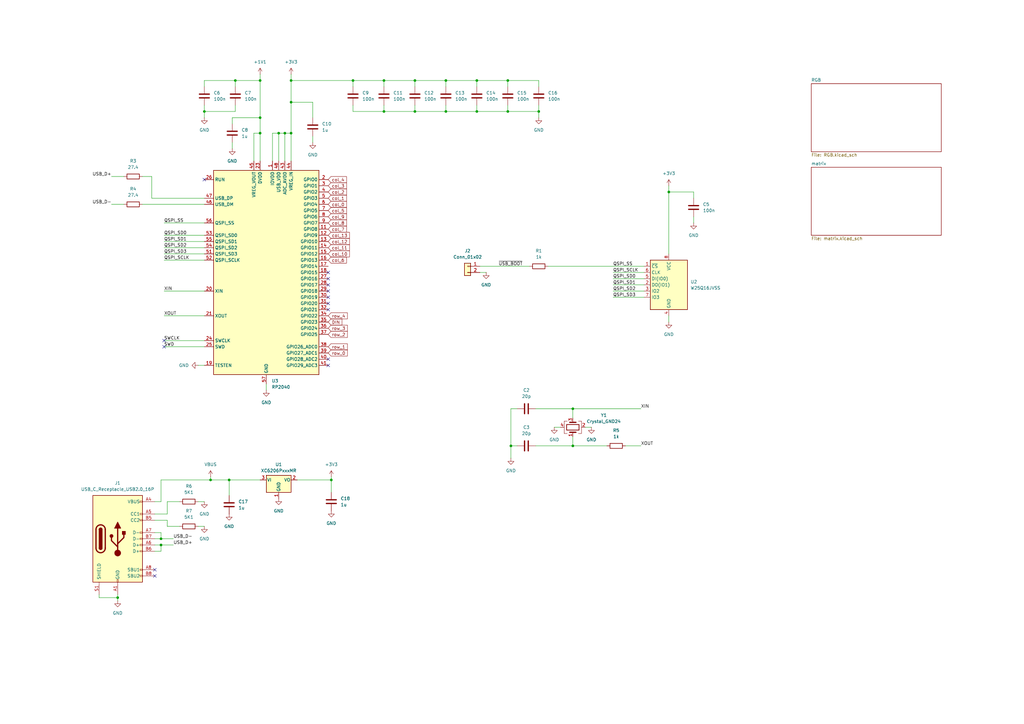
<source format=kicad_sch>
(kicad_sch (version 20231120) (generator "eeschema") (generator_version "8.0")
  (paper "A3")
  (lib_symbols
    (symbol "Connector:USB_C_Receptacle_USB2.0_16P" (pin_names (offset 1.016))
      (property "Reference" "J" (at 0 22.225 0))
      (property "Value" "USB_C_Receptacle_USB2.0_16P" (at 0 19.685 0))
      (symbol "USB_C_Receptacle_USB2.0_16P_0_0"
        (rectangle (start -0.254 -17.78) (end 0.254 -16.764))
        (rectangle (start 10.16 -14.986) (end 9.144 -15.494))
        (rectangle (start 10.16 -12.446) (end 9.144 -12.954))
        (rectangle (start 10.16 -4.826) (end 9.144 -5.334))
        (rectangle (start 10.16 -2.286) (end 9.144 -2.794))
        (rectangle (start 10.16 0.254) (end 9.144 -0.254))
        (rectangle (start 10.16 2.794) (end 9.144 2.286))
        (rectangle (start 10.16 7.874) (end 9.144 7.366))
        (rectangle (start 10.16 10.414) (end 9.144 9.906))
        (rectangle (start 10.16 15.494) (end 9.144 14.986))
      )
      (symbol "USB_C_Receptacle_USB2.0_16P_0_1"
        (rectangle (start -10.16 17.78) (end 10.16 -17.78) (stroke (width 0.254)) (fill (type background)))
        (arc (start -8.89 -3.81) (mid -6.985 -5.7067) (end -5.08 -3.81) (stroke (width 0.508)))
        (arc (start -7.62 -3.81) (mid -6.985 -4.4423) (end -6.35 -3.81) (stroke (width 0.254)))
        (arc (start -7.62 -3.81) (mid -6.985 -4.4423) (end -6.35 -3.81) (stroke (width 0.254)) (fill (type outline)))
        (rectangle (start -7.62 -3.81) (end -6.35 3.81) (stroke (width 0.254)) (fill (type outline)))
        (arc (start -6.35 3.81) (mid -6.985 4.4423) (end -7.62 3.81) (stroke (width 0.254)))
        (arc (start -6.35 3.81) (mid -6.985 4.4423) (end -7.62 3.81) (stroke (width 0.254)) (fill (type outline)))
        (arc (start -5.08 3.81) (mid -6.985 5.7067) (end -8.89 3.81) (stroke (width 0.508)))
        (circle (center -2.54 1.143) (radius 0.635) (stroke (width 0.254)) (fill (type outline)))
        (circle (center 0 -5.842) (radius 1.27) (fill (type outline)))
        (polyline (pts (xy -8.89 -3.81) (xy -8.89 3.81)) (stroke (width 0.508)))
        (polyline (pts (xy -5.08 3.81) (xy -5.08 -3.81)) (stroke (width 0.508)))
        (polyline (pts (xy 0 -5.842) (xy 0 4.318)) (stroke (width 0.508)))
        (polyline (pts (xy 0 -3.302) (xy -2.54 -0.762) (xy -2.54 0.508)) (stroke (width 0.508)))
        (polyline (pts (xy 0 -2.032) (xy 2.54 0.508) (xy 2.54 1.778)) (stroke (width 0.508)))
        (polyline (pts (xy -1.27 4.318) (xy 0 6.858) (xy 1.27 4.318) (xy -1.27 4.318)) (stroke (width 0.254)) (fill (type outline)))
        (rectangle (start 1.905 1.778) (end 3.175 3.048) (stroke (width 0.254)) (fill (type outline)))
      )
      (symbol "USB_C_Receptacle_USB2.0_16P_1_1"
        (pin passive line (at 0 -22.86 90) (length 5.08) (name "GND") (number "A1"))
        (pin passive line (at 0 -22.86 90) (length 5.08) hide (name "GND") (number "A12"))
        (pin passive line (at 15.24 15.24 180) (length 5.08) (name "VBUS") (number "A4"))
        (pin bidirectional line (at 15.24 10.16 180) (length 5.08) (name "CC1") (number "A5"))
        (pin bidirectional line (at 15.24 -2.54 180) (length 5.08) (name "D+") (number "A6"))
        (pin bidirectional line (at 15.24 2.54 180) (length 5.08) (name "D-") (number "A7"))
        (pin bidirectional line (at 15.24 -12.7 180) (length 5.08) (name "SBU1") (number "A8"))
        (pin passive line (at 15.24 15.24 180) (length 5.08) hide (name "VBUS") (number "A9"))
        (pin passive line (at 0 -22.86 90) (length 5.08) hide (name "GND") (number "B1"))
        (pin passive line (at 0 -22.86 90) (length 5.08) hide (name "GND") (number "B12"))
        (pin passive line (at 15.24 15.24 180) (length 5.08) hide (name "VBUS") (number "B4"))
        (pin bidirectional line (at 15.24 7.62 180) (length 5.08) (name "CC2") (number "B5"))
        (pin bidirectional line (at 15.24 -5.08 180) (length 5.08) (name "D+") (number "B6"))
        (pin bidirectional line (at 15.24 0 180) (length 5.08) (name "D-") (number "B7"))
        (pin bidirectional line (at 15.24 -15.24 180) (length 5.08) (name "SBU2") (number "B8"))
        (pin passive line (at 15.24 15.24 180) (length 5.08) hide (name "VBUS") (number "B9"))
        (pin passive line (at -7.62 -22.86 90) (length 5.08) (name "SHIELD") (number "S1"))
      )
    )
    (symbol "Connector_Generic:Conn_01x02" (pin_names (offset 1.016) hide)
      (property "Reference" "J" (at 0 2.54 0))
      (property "Value" "Conn_01x02" (at 0 -5.08 0))
      (symbol "Conn_01x02_1_1"
        (rectangle (start -1.27 -2.413) (end 0 -2.667) (stroke (width 0.1524)))
        (rectangle (start -1.27 0.127) (end 0 -0.127) (stroke (width 0.1524)))
        (rectangle (start -1.27 1.27) (end 1.27 -3.81) (stroke (width 0.254)) (fill (type background)))
        (pin passive line (at -5.08 0 0) (length 3.81) (name "Pin_1") (number "1"))
        (pin passive line (at -5.08 -2.54 0) (length 3.81) (name "Pin_2") (number "2"))
      )
    )
    (symbol "Device:C" (pin_numbers hide) (pin_names (offset 0.254))
      (property "Reference" "C" (at 0.635 2.54 0))
      (property "Value" "C" (at 0.635 -2.54 0))
      (symbol "C_0_1"
        (polyline (pts (xy -2.032 -0.762) (xy 2.032 -0.762)) (stroke (width 0.508)))
        (polyline (pts (xy -2.032 0.762) (xy 2.032 0.762)) (stroke (width 0.508)))
      )
      (symbol "C_1_1"
        (pin passive line (at 0 3.81 270) (length 2.794) (name "~") (number "1"))
        (pin passive line (at 0 -3.81 90) (length 2.794) (name "~") (number "2"))
      )
    )
    (symbol "Device:Crystal_GND24" (pin_names (offset 1.016) hide)
      (property "Reference" "Y" (at 3.175 5.08 0))
      (property "Value" "Crystal_GND24" (at 3.175 3.175 0))
      (symbol "Crystal_GND24_0_1"
        (rectangle (start -1.143 2.54) (end 1.143 -2.54) (stroke (width 0.3048)))
        (polyline (pts (xy -2.54 0) (xy -2.032 0)))
        (polyline (pts (xy -2.032 -1.27) (xy -2.032 1.27)) (stroke (width 0.508)))
        (polyline (pts (xy 0 -3.81) (xy 0 -3.556)))
        (polyline (pts (xy 0 3.556) (xy 0 3.81)))
        (polyline (pts (xy 2.032 -1.27) (xy 2.032 1.27)) (stroke (width 0.508)))
        (polyline (pts (xy 2.032 0) (xy 2.54 0)))
        (polyline (pts (xy -2.54 -2.286) (xy -2.54 -3.556) (xy 2.54 -3.556) (xy 2.54 -2.286)))
        (polyline (pts (xy -2.54 2.286) (xy -2.54 3.556) (xy 2.54 3.556) (xy 2.54 2.286)))
      )
      (symbol "Crystal_GND24_1_1"
        (pin passive line (at -3.81 0 0) (length 1.27) (name "1") (number "1"))
        (pin passive line (at 0 5.08 270) (length 1.27) (name "2") (number "2"))
        (pin passive line (at 3.81 0 180) (length 1.27) (name "3") (number "3"))
        (pin passive line (at 0 -5.08 90) (length 1.27) (name "4") (number "4"))
      )
    )
    (symbol "Device:R" (pin_numbers hide) (pin_names (offset 0))
      (property "Reference" "R" (at 2.032 0 90))
      (property "Value" "R" (at 0 0 90))
      (symbol "R_0_1"
        (rectangle (start -1.016 -2.54) (end 1.016 2.54) (stroke (width 0.254)))
      )
      (symbol "R_1_1"
        (pin passive line (at 0 3.81 270) (length 1.27) (name "~") (number "1"))
        (pin passive line (at 0 -3.81 90) (length 1.27) (name "~") (number "2"))
      )
    )
    (symbol "MCU_RaspberryPi:RP2040"
      (property "Reference" "U" (at 17.78 45.72 0))
      (property "Value" "RP2040" (at 17.78 43.18 0))
      (symbol "RP2040_0_1"
        (rectangle (start -21.59 41.91) (end 21.59 -41.91) (stroke (width 0.254)) (fill (type background)))
      )
      (symbol "RP2040_1_1"
        (pin power_in line (at 2.54 45.72 270) (length 3.81) (name "IOVDD") (number "1"))
        (pin passive line (at 2.54 45.72 270) (length 3.81) hide (name "IOVDD") (number "10"))
        (pin bidirectional line (at 25.4 17.78 180) (length 3.81) (name "GPIO8") (number "11"))
        (pin bidirectional line (at 25.4 15.24 180) (length 3.81) (name "GPIO9") (number "12"))
        (pin bidirectional line (at 25.4 12.7 180) (length 3.81) (name "GPIO10") (number "13"))
        (pin bidirectional line (at 25.4 10.16 180) (length 3.81) (name "GPIO11") (number "14"))
        (pin bidirectional line (at 25.4 7.62 180) (length 3.81) (name "GPIO12") (number "15"))
        (pin bidirectional line (at 25.4 5.08 180) (length 3.81) (name "GPIO13") (number "16"))
        (pin bidirectional line (at 25.4 2.54 180) (length 3.81) (name "GPIO14") (number "17"))
        (pin bidirectional line (at 25.4 0 180) (length 3.81) (name "GPIO15") (number "18"))
        (pin input line (at -25.4 -38.1 0) (length 3.81) (name "TESTEN") (number "19"))
        (pin bidirectional line (at 25.4 38.1 180) (length 3.81) (name "GPIO0") (number "2"))
        (pin input line (at -25.4 -7.62 0) (length 3.81) (name "XIN") (number "20"))
        (pin passive line (at -25.4 -17.78 0) (length 3.81) (name "XOUT") (number "21"))
        (pin passive line (at 2.54 45.72 270) (length 3.81) hide (name "IOVDD") (number "22"))
        (pin power_in line (at -2.54 45.72 270) (length 3.81) (name "DVDD") (number "23"))
        (pin input line (at -25.4 -27.94 0) (length 3.81) (name "SWCLK") (number "24"))
        (pin bidirectional line (at -25.4 -30.48 0) (length 3.81) (name "SWD") (number "25"))
        (pin input line (at -25.4 38.1 0) (length 3.81) (name "RUN") (number "26"))
        (pin bidirectional line (at 25.4 -2.54 180) (length 3.81) (name "GPIO16") (number "27"))
        (pin bidirectional line (at 25.4 -5.08 180) (length 3.81) (name "GPIO17") (number "28"))
        (pin bidirectional line (at 25.4 -7.62 180) (length 3.81) (name "GPIO18") (number "29"))
        (pin bidirectional line (at 25.4 35.56 180) (length 3.81) (name "GPIO1") (number "3"))
        (pin bidirectional line (at 25.4 -10.16 180) (length 3.81) (name "GPIO19") (number "30"))
        (pin bidirectional line (at 25.4 -12.7 180) (length 3.81) (name "GPIO20") (number "31"))
        (pin bidirectional line (at 25.4 -15.24 180) (length 3.81) (name "GPIO21") (number "32"))
        (pin passive line (at 2.54 45.72 270) (length 3.81) hide (name "IOVDD") (number "33"))
        (pin bidirectional line (at 25.4 -17.78 180) (length 3.81) (name "GPIO22") (number "34"))
        (pin bidirectional line (at 25.4 -20.32 180) (length 3.81) (name "GPIO23") (number "35"))
        (pin bidirectional line (at 25.4 -22.86 180) (length 3.81) (name "GPIO24") (number "36"))
        (pin bidirectional line (at 25.4 -25.4 180) (length 3.81) (name "GPIO25") (number "37"))
        (pin bidirectional line (at 25.4 -30.48 180) (length 3.81) (name "GPIO26_ADC0") (number "38"))
        (pin bidirectional line (at 25.4 -33.02 180) (length 3.81) (name "GPIO27_ADC1") (number "39"))
        (pin bidirectional line (at 25.4 33.02 180) (length 3.81) (name "GPIO2") (number "4"))
        (pin bidirectional line (at 25.4 -35.56 180) (length 3.81) (name "GPIO28_ADC2") (number "40"))
        (pin bidirectional line (at 25.4 -38.1 180) (length 3.81) (name "GPIO29_ADC3") (number "41"))
        (pin passive line (at 2.54 45.72 270) (length 3.81) hide (name "IOVDD") (number "42"))
        (pin power_in line (at 7.62 45.72 270) (length 3.81) (name "ADC_AVDD") (number "43"))
        (pin power_in line (at 10.16 45.72 270) (length 3.81) (name "VREG_IN") (number "44"))
        (pin power_out line (at -5.08 45.72 270) (length 3.81) (name "VREG_VOUT") (number "45"))
        (pin bidirectional line (at -25.4 27.94 0) (length 3.81) (name "USB_DM") (number "46"))
        (pin bidirectional line (at -25.4 30.48 0) (length 3.81) (name "USB_DP") (number "47"))
        (pin power_in line (at 5.08 45.72 270) (length 3.81) (name "USB_VDD") (number "48"))
        (pin passive line (at 2.54 45.72 270) (length 3.81) hide (name "IOVDD") (number "49"))
        (pin bidirectional line (at 25.4 30.48 180) (length 3.81) (name "GPIO3") (number "5"))
        (pin passive line (at -2.54 45.72 270) (length 3.81) hide (name "DVDD") (number "50"))
        (pin bidirectional line (at -25.4 7.62 0) (length 3.81) (name "QSPI_SD3") (number "51"))
        (pin output line (at -25.4 5.08 0) (length 3.81) (name "QSPI_SCLK") (number "52"))
        (pin bidirectional line (at -25.4 15.24 0) (length 3.81) (name "QSPI_SD0") (number "53"))
        (pin bidirectional line (at -25.4 10.16 0) (length 3.81) (name "QSPI_SD2") (number "54"))
        (pin bidirectional line (at -25.4 12.7 0) (length 3.81) (name "QSPI_SD1") (number "55"))
        (pin bidirectional line (at -25.4 20.32 0) (length 3.81) (name "QSPI_SS") (number "56"))
        (pin power_in line (at 0 -45.72 90) (length 3.81) (name "GND") (number "57"))
        (pin bidirectional line (at 25.4 27.94 180) (length 3.81) (name "GPIO4") (number "6"))
        (pin bidirectional line (at 25.4 25.4 180) (length 3.81) (name "GPIO5") (number "7"))
        (pin bidirectional line (at 25.4 22.86 180) (length 3.81) (name "GPIO6") (number "8"))
        (pin bidirectional line (at 25.4 20.32 180) (length 3.81) (name "GPIO7") (number "9"))
      )
    )
    (symbol "Memory_Flash:W25Q16JVSS"
      (property "Reference" "U" (at -6.35 11.43 0))
      (property "Value" "W25Q16JVSS" (at 7.62 11.43 0))
      (symbol "W25Q16JVSS_0_1"
        (rectangle (start -7.62 10.16) (end 7.62 -10.16) (stroke (width 0.254)) (fill (type background)))
      )
      (symbol "W25Q16JVSS_1_1"
        (pin input line (at -10.16 7.62 0) (length 2.54) (name "~{CS}") (number "1"))
        (pin bidirectional line (at -10.16 0 0) (length 2.54) (name "DO(IO1)") (number "2"))
        (pin bidirectional line (at -10.16 -2.54 0) (length 2.54) (name "IO2") (number "3"))
        (pin power_in line (at 0 -12.7 90) (length 2.54) (name "GND") (number "4"))
        (pin bidirectional line (at -10.16 2.54 0) (length 2.54) (name "DI(IO0)") (number "5"))
        (pin input line (at -10.16 5.08 0) (length 2.54) (name "CLK") (number "6"))
        (pin bidirectional line (at -10.16 -5.08 0) (length 2.54) (name "IO3") (number "7"))
        (pin power_in line (at 0 12.7 270) (length 2.54) (name "VCC") (number "8"))
      )
    )
    (symbol "Regulator_Linear:XC6206PxxxMR" (pin_names (offset 0.254))
      (property "Reference" "U" (at -3.81 3.175 0))
      (property "Value" "XC6206PxxxMR" (at 0 3.175 0))
      (symbol "XC6206PxxxMR_0_1"
        (rectangle (start -5.08 1.905) (end 5.08 -5.08) (stroke (width 0.254)) (fill (type background)))
      )
      (symbol "XC6206PxxxMR_1_1"
        (pin power_in line (at 0 -7.62 90) (length 2.54) (name "GND") (number "1"))
        (pin power_out line (at 7.62 0 180) (length 2.54) (name "VO") (number "2"))
        (pin power_in line (at -7.62 0 0) (length 2.54) (name "VI") (number "3"))
      )
    )
    (symbol "power:+1V1" (power) (pin_numbers hide) (pin_names (offset 0) hide)
      (property "Value" "+1V1" (at 0 3.556 0))
      (symbol "+1V1_0_1"
        (polyline (pts (xy -0.762 1.27) (xy 0 2.54)))
        (polyline (pts (xy 0 0) (xy 0 2.54)))
        (polyline (pts (xy 0 2.54) (xy 0.762 1.27)))
      )
      (symbol "+1V1_1_1"
        (pin power_in line (at 0 0 90) (length 0) (name "~") (number "1"))
      )
    )
    (symbol "power:+3V3" (power) (pin_numbers hide) (pin_names (offset 0) hide)
      (property "Value" "+3V3" (at 0 3.556 0))
      (symbol "+3V3_0_1"
        (polyline (pts (xy -0.762 1.27) (xy 0 2.54)))
        (polyline (pts (xy 0 0) (xy 0 2.54)))
        (polyline (pts (xy 0 2.54) (xy 0.762 1.27)))
      )
      (symbol "+3V3_1_1"
        (pin power_in line (at 0 0 90) (length 0) (name "~") (number "1"))
      )
    )
    (symbol "power:GND" (power) (pin_numbers hide) (pin_names (offset 0) hide)
      (property "Value" "GND" (at 0 -3.81 0))
      (symbol "GND_0_1"
        (polyline (pts (xy 0 0) (xy 0 -1.27) (xy 1.27 -1.27) (xy 0 -2.54) (xy -1.27 -1.27) (xy 0 -1.27)))
      )
      (symbol "GND_1_1"
        (pin power_in line (at 0 0 270) (length 0) (name "~") (number "1"))
      )
    )
    (symbol "power:VBUS" (power) (pin_numbers hide) (pin_names (offset 0) hide)
      (property "Value" "VBUS" (at 0 3.556 0))
      (symbol "VBUS_0_1"
        (polyline (pts (xy -0.762 1.27) (xy 0 2.54)))
        (polyline (pts (xy 0 0) (xy 0 2.54)))
        (polyline (pts (xy 0 2.54) (xy 0.762 1.27)))
      )
      (symbol "VBUS_1_1"
        (pin power_in line (at 0 0 90) (length 0) (name "~") (number "1"))
      )
    )
  )
  (junction (at 209.55 182.88))
  (junction (at 66.04 220.98))
  (junction (at 234.95 167.64))
  (junction (at 119.38 33.02))
  (junction (at 220.98 45.72))
  (junction (at 208.28 33.02))
  (junction (at 83.82 45.72))
  (junction (at 274.32 78.74))
  (junction (at 157.48 33.02))
  (junction (at 234.95 182.88))
  (junction (at 119.38 54.61))
  (junction (at 144.78 33.02))
  (junction (at 66.04 223.52))
  (junction (at 170.18 33.02))
  (junction (at 135.89 196.85))
  (junction (at 106.68 33.02))
  (junction (at 114.3 54.61))
  (junction (at 106.68 54.61))
  (junction (at 182.88 45.72))
  (junction (at 48.26 245.11))
  (junction (at 116.84 54.61))
  (junction (at 119.38 41.91))
  (junction (at 157.48 45.72))
  (junction (at 96.52 33.02))
  (junction (at 93.98 196.85))
  (junction (at 182.88 33.02))
  (junction (at 170.18 45.72))
  (junction (at 106.68 48.26))
  (junction (at 195.58 33.02))
  (junction (at 195.58 45.72))
  (junction (at 86.36 196.85))
  (junction (at 208.28 45.72))
  (no_connect (at 134.62 111.76))
  (no_connect (at 134.62 114.3))
  (no_connect (at 134.62 124.46))
  (no_connect (at 134.62 149.86))
  (no_connect (at 134.62 147.32))
  (no_connect (at 134.62 116.84))
  (no_connect (at 134.62 127))
  (no_connect (at 63.5 233.68))
  (no_connect (at 67.31 142.24))
  (no_connect (at 134.62 119.38))
  (no_connect (at 67.31 139.7))
  (no_connect (at 83.82 73.66))
  (no_connect (at 134.62 121.92))
  (no_connect (at 63.5 236.22))
  (wire (pts (xy 116.84 54.61) (xy 119.38 54.61)))
  (wire (pts (xy 106.68 30.48) (xy 106.68 33.02)))
  (wire (pts (xy 106.68 33.02) (xy 106.68 48.26)))
  (wire (pts (xy 234.95 179.07) (xy 234.95 182.88)))
  (wire (pts (xy 67.31 129.54) (xy 83.82 129.54)))
  (wire (pts (xy 128.27 41.91) (xy 119.38 41.91)))
  (wire (pts (xy 251.46 119.38) (xy 264.16 119.38)))
  (wire (pts (xy 182.88 33.02) (xy 195.58 33.02)))
  (wire (pts (xy 128.27 48.26) (xy 128.27 41.91)))
  (wire (pts (xy 68.58 215.9) (xy 73.66 215.9)))
  (wire (pts (xy 81.28 205.74) (xy 83.82 205.74)))
  (wire (pts (xy 182.88 45.72) (xy 195.58 45.72)))
  (wire (pts (xy 208.28 33.02) (xy 220.98 33.02)))
  (wire (pts (xy 219.71 167.64) (xy 234.95 167.64)))
  (wire (pts (xy 63.5 226.06) (xy 66.04 226.06)))
  (wire (pts (xy 93.98 196.85) (xy 93.98 203.2)))
  (wire (pts (xy 67.31 96.52) (xy 83.82 96.52)))
  (wire (pts (xy 63.5 213.36) (xy 68.58 213.36)))
  (wire (pts (xy 170.18 33.02) (xy 170.18 35.56)))
  (wire (pts (xy 196.85 111.76) (xy 199.39 111.76)))
  (wire (pts (xy 135.89 196.85) (xy 135.89 201.93)))
  (wire (pts (xy 66.04 218.44) (xy 66.04 220.98)))
  (wire (pts (xy 208.28 43.18) (xy 208.28 45.72)))
  (wire (pts (xy 58.42 72.39) (xy 62.23 72.39)))
  (wire (pts (xy 119.38 33.02) (xy 144.78 33.02)))
  (wire (pts (xy 81.28 215.9) (xy 83.82 215.9)))
  (wire (pts (xy 63.5 210.82) (xy 68.58 210.82)))
  (wire (pts (xy 62.23 81.28) (xy 62.23 72.39)))
  (wire (pts (xy 68.58 205.74) (xy 73.66 205.74)))
  (wire (pts (xy 63.5 223.52) (xy 66.04 223.52)))
  (wire (pts (xy 114.3 54.61) (xy 116.84 54.61)))
  (wire (pts (xy 106.68 54.61) (xy 106.68 66.04)))
  (wire (pts (xy 209.55 182.88) (xy 212.09 182.88)))
  (wire (pts (xy 67.31 106.68) (xy 83.82 106.68)))
  (wire (pts (xy 220.98 33.02) (xy 220.98 35.56)))
  (wire (pts (xy 157.48 43.18) (xy 157.48 45.72)))
  (wire (pts (xy 83.82 81.28) (xy 62.23 81.28)))
  (wire (pts (xy 83.82 45.72) (xy 83.82 48.26)))
  (wire (pts (xy 67.31 91.44) (xy 83.82 91.44)))
  (wire (pts (xy 135.89 195.58) (xy 135.89 196.85)))
  (wire (pts (xy 209.55 167.64) (xy 209.55 182.88)))
  (wire (pts (xy 212.09 167.64) (xy 209.55 167.64)))
  (wire (pts (xy 83.82 33.02) (xy 96.52 33.02)))
  (wire (pts (xy 83.82 35.56) (xy 83.82 33.02)))
  (wire (pts (xy 66.04 205.74) (xy 63.5 205.74)))
  (wire (pts (xy 284.48 78.74) (xy 274.32 78.74)))
  (wire (pts (xy 67.31 119.38) (xy 83.82 119.38)))
  (wire (pts (xy 224.79 109.22) (xy 264.16 109.22)))
  (wire (pts (xy 234.95 167.64) (xy 234.95 171.45)))
  (wire (pts (xy 63.5 218.44) (xy 66.04 218.44)))
  (wire (pts (xy 121.92 196.85) (xy 135.89 196.85)))
  (wire (pts (xy 182.88 33.02) (xy 182.88 35.56)))
  (wire (pts (xy 67.31 101.6) (xy 83.82 101.6)))
  (wire (pts (xy 234.95 167.64) (xy 262.89 167.64)))
  (wire (pts (xy 284.48 88.9) (xy 284.48 91.44)))
  (wire (pts (xy 256.54 182.88) (xy 262.89 182.88)))
  (wire (pts (xy 45.72 72.39) (xy 50.8 72.39)))
  (wire (pts (xy 95.25 50.8) (xy 95.25 48.26)))
  (wire (pts (xy 227.33 175.26) (xy 229.87 175.26)))
  (wire (pts (xy 157.48 45.72) (xy 170.18 45.72)))
  (wire (pts (xy 111.76 66.04) (xy 111.76 54.61)))
  (wire (pts (xy 45.72 83.82) (xy 50.8 83.82)))
  (wire (pts (xy 195.58 33.02) (xy 208.28 33.02)))
  (wire (pts (xy 109.22 157.48) (xy 109.22 160.02)))
  (wire (pts (xy 63.5 220.98) (xy 66.04 220.98)))
  (wire (pts (xy 251.46 116.84) (xy 264.16 116.84)))
  (wire (pts (xy 170.18 43.18) (xy 170.18 45.72)))
  (wire (pts (xy 144.78 33.02) (xy 157.48 33.02)))
  (wire (pts (xy 220.98 45.72) (xy 220.98 48.26)))
  (wire (pts (xy 95.25 58.42) (xy 95.25 60.96)))
  (wire (pts (xy 240.03 175.26) (xy 242.57 175.26)))
  (wire (pts (xy 58.42 83.82) (xy 83.82 83.82)))
  (wire (pts (xy 86.36 195.58) (xy 86.36 196.85)))
  (wire (pts (xy 251.46 121.92) (xy 264.16 121.92)))
  (wire (pts (xy 144.78 45.72) (xy 157.48 45.72)))
  (wire (pts (xy 208.28 45.72) (xy 220.98 45.72)))
  (wire (pts (xy 284.48 81.28) (xy 284.48 78.74)))
  (wire (pts (xy 68.58 213.36) (xy 68.58 215.9)))
  (wire (pts (xy 157.48 33.02) (xy 157.48 35.56)))
  (wire (pts (xy 83.82 43.18) (xy 83.82 45.72)))
  (wire (pts (xy 66.04 196.85) (xy 86.36 196.85)))
  (wire (pts (xy 67.31 142.24) (xy 83.82 142.24)))
  (wire (pts (xy 104.14 54.61) (xy 104.14 66.04)))
  (wire (pts (xy 116.84 66.04) (xy 116.84 54.61)))
  (wire (pts (xy 67.31 99.06) (xy 83.82 99.06)))
  (wire (pts (xy 220.98 45.72) (xy 220.98 43.18)))
  (wire (pts (xy 274.32 76.2) (xy 274.32 78.74)))
  (wire (pts (xy 96.52 45.72) (xy 96.52 43.18)))
  (wire (pts (xy 128.27 55.88) (xy 128.27 58.42)))
  (wire (pts (xy 170.18 45.72) (xy 182.88 45.72)))
  (wire (pts (xy 83.82 45.72) (xy 96.52 45.72)))
  (wire (pts (xy 196.85 109.22) (xy 217.17 109.22)))
  (wire (pts (xy 106.68 48.26) (xy 106.68 54.61)))
  (wire (pts (xy 144.78 35.56) (xy 144.78 33.02)))
  (wire (pts (xy 111.76 54.61) (xy 114.3 54.61)))
  (wire (pts (xy 67.31 104.14) (xy 83.82 104.14)))
  (wire (pts (xy 48.26 245.11) (xy 48.26 246.38)))
  (wire (pts (xy 81.28 149.86) (xy 83.82 149.86)))
  (wire (pts (xy 208.28 33.02) (xy 208.28 35.56)))
  (wire (pts (xy 104.14 54.61) (xy 106.68 54.61)))
  (wire (pts (xy 234.95 182.88) (xy 219.71 182.88)))
  (wire (pts (xy 40.64 245.11) (xy 48.26 245.11)))
  (wire (pts (xy 119.38 30.48) (xy 119.38 33.02)))
  (wire (pts (xy 68.58 210.82) (xy 68.58 205.74)))
  (wire (pts (xy 209.55 187.96) (xy 209.55 182.88)))
  (wire (pts (xy 182.88 43.18) (xy 182.88 45.72)))
  (wire (pts (xy 195.58 43.18) (xy 195.58 45.72)))
  (wire (pts (xy 67.31 139.7) (xy 83.82 139.7)))
  (wire (pts (xy 40.64 243.84) (xy 40.64 245.11)))
  (wire (pts (xy 66.04 226.06) (xy 66.04 223.52)))
  (wire (pts (xy 274.32 129.54) (xy 274.32 132.08)))
  (wire (pts (xy 274.32 78.74) (xy 274.32 104.14)))
  (wire (pts (xy 66.04 223.52) (xy 71.12 223.52)))
  (wire (pts (xy 96.52 33.02) (xy 96.52 35.56)))
  (wire (pts (xy 234.95 182.88) (xy 248.92 182.88)))
  (wire (pts (xy 48.26 243.84) (xy 48.26 245.11)))
  (wire (pts (xy 66.04 220.98) (xy 71.12 220.98)))
  (wire (pts (xy 119.38 54.61) (xy 119.38 41.91)))
  (wire (pts (xy 114.3 66.04) (xy 114.3 54.61)))
  (wire (pts (xy 251.46 114.3) (xy 264.16 114.3)))
  (wire (pts (xy 251.46 111.76) (xy 264.16 111.76)))
  (wire (pts (xy 170.18 33.02) (xy 182.88 33.02)))
  (wire (pts (xy 106.68 196.85) (xy 93.98 196.85)))
  (wire (pts (xy 95.25 48.26) (xy 106.68 48.26)))
  (wire (pts (xy 119.38 66.04) (xy 119.38 54.61)))
  (wire (pts (xy 66.04 196.85) (xy 66.04 205.74)))
  (wire (pts (xy 157.48 33.02) (xy 170.18 33.02)))
  (wire (pts (xy 195.58 45.72) (xy 208.28 45.72)))
  (wire (pts (xy 96.52 33.02) (xy 106.68 33.02)))
  (wire (pts (xy 195.58 33.02) (xy 195.58 35.56)))
  (wire (pts (xy 144.78 43.18) (xy 144.78 45.72)))
  (wire (pts (xy 86.36 196.85) (xy 93.98 196.85)))
  (wire (pts (xy 119.38 41.91) (xy 119.38 33.02)))
  (label "XIN" (at 262.89 167.64 0))
  (label "QSPI_SD0" (at 67.31 96.52 0))
  (label "SWCLK" (at 67.31 139.7 0))
  (label "QSPI_SS" (at 251.46 109.22 0))
  (label "XOUT" (at 67.31 129.54 0))
  (label "QSPI_SCLK" (at 67.31 106.68 0))
  (label "QSPI_SD2" (at 67.31 101.6 0))
  (label "QSPI_SD1" (at 67.31 99.06 0))
  (label "QSPI_SD1" (at 251.46 116.84 0))
  (label "QSPI_SCLK" (at 251.46 111.76 0))
  (label "QSPI_SS" (at 67.31 91.44 0))
  (label "USB_D+" (at 71.12 223.52 0))
  (label "XOUT" (at 262.89 182.88 0))
  (label "USB_D+" (at 45.72 72.39 180))
  (label "SWD" (at 67.31 142.24 0))
  (label "QSPI_SD3" (at 251.46 121.92 0))
  (label "XIN" (at 67.31 119.38 0))
  (label "USB_D-" (at 71.12 220.98 0))
  (label "QSPI_SD0" (at 251.46 114.3 0))
  (label "QSPI_SD2" (at 251.46 119.38 0))
  (label "~{USB_BOOT}" (at 204.47 109.22 0))
  (label "QSPI_SD3" (at 67.31 104.14 0))
  (label "USB_D-" (at 45.72 83.82 180))
  (global_label "col_11" (shape input) (at 134.62 101.6 0) (property "Intersheetrefs" "${INTERSHEET_REFS}" (effects (hide yes))))
  (global_label "col_0" (shape input) (at 134.62 83.82 0) (property "Intersheetrefs" "${INTERSHEET_REFS}" (effects (hide yes))))
  (global_label "row_2" (shape input) (at 134.62 137.16 0) (property "Intersheetrefs" "${INTERSHEET_REFS}" (effects (hide yes))))
  (global_label "col_10" (shape input) (at 134.62 104.14 0) (property "Intersheetrefs" "${INTERSHEET_REFS}" (effects (hide yes))))
  (global_label "col_7" (shape input) (at 134.62 93.98 0) (property "Intersheetrefs" "${INTERSHEET_REFS}" (effects (hide yes))))
  (global_label "col_1" (shape input) (at 134.62 81.28 0) (property "Intersheetrefs" "${INTERSHEET_REFS}" (effects (hide yes))))
  (global_label "col_13" (shape input) (at 134.62 96.52 0) (property "Intersheetrefs" "${INTERSHEET_REFS}" (effects (hide yes))))
  (global_label "col_12" (shape input) (at 134.62 99.06 0) (property "Intersheetrefs" "${INTERSHEET_REFS}" (effects (hide yes))))
  (global_label "row_1" (shape input) (at 134.62 142.24 0) (property "Intersheetrefs" "${INTERSHEET_REFS}" (effects (hide yes))))
  (global_label "col_5" (shape input) (at 134.62 86.36 0) (property "Intersheetrefs" "${INTERSHEET_REFS}" (effects (hide yes))))
  (global_label "col_9" (shape input) (at 134.62 88.9 0) (property "Intersheetrefs" "${INTERSHEET_REFS}" (effects (hide yes))))
  (global_label "row_0" (shape input) (at 134.62 144.78 0) (property "Intersheetrefs" "${INTERSHEET_REFS}" (effects (hide yes))))
  (global_label "col_3" (shape input) (at 134.62 76.2 0) (property "Intersheetrefs" "${INTERSHEET_REFS}" (effects (hide yes))))
  (global_label "row_3" (shape input) (at 134.62 134.62 0) (property "Intersheetrefs" "${INTERSHEET_REFS}" (effects (hide yes))))
  (global_label "col_4" (shape input) (at 134.62 73.66 0) (property "Intersheetrefs" "${INTERSHEET_REFS}" (effects (hide yes))))
  (global_label "col_2" (shape input) (at 134.62 78.74 0) (property "Intersheetrefs" "${INTERSHEET_REFS}" (effects (hide yes))))
  (global_label "col_8" (shape input) (at 134.62 91.44 0) (property "Intersheetrefs" "${INTERSHEET_REFS}" (effects (hide yes))))
  (global_label "DIN" (shape input) (at 134.62 132.08 0) (property "Intersheetrefs" "${INTERSHEET_REFS}" (effects (hide yes))))
  (global_label "col_6" (shape input) (at 134.62 106.68 0) (property "Intersheetrefs" "${INTERSHEET_REFS}" (effects (hide yes))))
  (global_label "row_4" (shape input) (at 134.62 129.54 0) (property "Intersheetrefs" "${INTERSHEET_REFS}" (effects (hide yes))))
  (symbol (lib_id "power:GND") (at 284.48 91.44 0) (unit 1)
    (property "Reference" "#PWR013" (effects (hide yes)))
    (property "Value" "GND" (at 284.48 96.52 0))
    (property "Description" "Power symbol creates a global label with name \"GND\" , ground" (effects (hide yes)))
  )
  (symbol (lib_id "Device:C") (at 135.89 205.74 0) (unit 1)
    (property "Reference" "C18" (at 139.7 204.4699 0) (effects (justify left)))
    (property "Value" "1u" (at 139.7 207.0099 0) (effects (justify left)))
    (property "Footprint" "Capacitor_SMD:C_0402_1005Metric" (effects (hide yes)))
    (property "Description" "Unpolarized capacitor" (effects (hide yes)))
  )
  (symbol (lib_id "Device:C") (at 96.52 39.37 0) (unit 1)
    (property "Reference" "C7" (at 100.33 38.0999 0) (effects (justify left)))
    (property "Value" "100n" (at 100.33 40.6399 0) (effects (justify left)))
    (property "Footprint" "Capacitor_SMD:C_0402_1005Metric" (effects (hide yes)))
    (property "Description" "Unpolarized capacitor" (effects (hide yes)))
  )
  (symbol (lib_id "power:GND") (at 209.55 187.96 0) (unit 1)
    (property "Reference" "#PWR017" (effects (hide yes)))
    (property "Value" "GND" (at 209.55 193.04 0))
    (property "Description" "Power symbol creates a global label with name \"GND\" , ground" (effects (hide yes)))
  )
  (symbol (lib_id "power:GND") (at 83.82 215.9 0) (unit 1)
    (property "Reference" "#PWR023" (effects (hide yes)))
    (property "Value" "GND" (at 83.82 220.98 0))
    (property "Description" "Power symbol creates a global label with name \"GND\" , ground" (effects (hide yes)))
  )
  (symbol (lib_id "Device:C") (at 144.78 39.37 0) (unit 1)
    (property "Reference" "C9" (at 148.59 38.0999 0) (effects (justify left)))
    (property "Value" "100n" (at 148.59 40.6399 0) (effects (justify left)))
    (property "Footprint" "Capacitor_SMD:C_0402_1005Metric" (effects (hide yes)))
    (property "Description" "Unpolarized capacitor" (effects (hide yes)))
  )
  (symbol (lib_id "power:GND") (at 220.98 48.26 0) (unit 1)
    (property "Reference" "#PWR021" (effects (hide yes)))
    (property "Value" "GND" (at 220.98 53.34 0))
    (property "Description" "Power symbol creates a global label with name \"GND\" , ground" (effects (hide yes)))
  )
  (symbol (lib_id "power:GND") (at 109.22 160.02 0) (unit 1)
    (property "Reference" "#PWR018" (effects (hide yes)))
    (property "Value" "GND" (at 109.22 165.1 0))
    (property "Description" "Power symbol creates a global label with name \"GND\" , ground" (effects (hide yes)))
  )
  (symbol (lib_id "power:GND") (at 48.26 246.38 0) (unit 1)
    (property "Reference" "#PWR06" (effects (hide yes)))
    (property "Value" "GND" (at 48.26 251.46 0))
    (property "Description" "Power symbol creates a global label with name \"GND\" , ground" (effects (hide yes)))
  )
  (symbol (lib_id "Device:R") (at 54.61 83.82 90) (unit 1)
    (property "Reference" "R4" (at 54.61 77.47 90))
    (property "Value" "27.4" (at 54.61 80.01 90))
    (property "Footprint" "Resistor_SMD:R_0402_1005Metric" (effects (hide yes)))
    (property "Description" "Resistor" (effects (hide yes)))
  )
  (symbol (lib_id "power:+3V3") (at 135.89 195.58 0) (unit 1)
    (property "Reference" "#PWR027" (effects (hide yes)))
    (property "Value" "+3V3" (at 135.89 190.5 0))
    (property "Description" "Power symbol creates a global label with name \"+3V3\"" (effects (hide yes)))
  )
  (symbol (lib_id "power:+3V3") (at 274.32 76.2 0) (unit 1)
    (property "Reference" "#PWR012" (effects (hide yes)))
    (property "Value" "+3V3" (at 274.32 71.12 0))
    (property "Description" "Power symbol creates a global label with name \"+3V3\"" (effects (hide yes)))
  )
  (symbol (lib_id "Device:C") (at 170.18 39.37 0) (unit 1)
    (property "Reference" "C12" (at 173.99 38.0999 0) (effects (justify left)))
    (property "Value" "100n" (at 173.99 40.6399 0) (effects (justify left)))
    (property "Footprint" "Capacitor_SMD:C_0402_1005Metric" (effects (hide yes)))
    (property "Description" "Unpolarized capacitor" (effects (hide yes)))
  )
  (symbol (lib_id "Device:C") (at 157.48 39.37 0) (unit 1)
    (property "Reference" "C11" (at 161.29 38.0999 0) (effects (justify left)))
    (property "Value" "100n" (at 161.29 40.6399 0) (effects (justify left)))
    (property "Footprint" "Capacitor_SMD:C_0402_1005Metric" (effects (hide yes)))
    (property "Description" "Unpolarized capacitor" (effects (hide yes)))
  )
  (symbol (lib_id "power:GND") (at 81.28 149.86 270) (unit 1)
    (property "Reference" "#PWR019" (effects (hide yes)))
    (property "Value" "GND" (at 77.47 149.8599 90) (effects (justify right)))
    (property "Description" "Power symbol creates a global label with name \"GND\" , ground" (effects (hide yes)))
  )
  (symbol (lib_id "power:GND") (at 114.3 204.47 0) (unit 1)
    (property "Reference" "#PWR02" (effects (hide yes)))
    (property "Value" "GND" (at 114.3 209.55 0))
    (property "Description" "Power symbol creates a global label with name \"GND\" , ground" (effects (hide yes)))
  )
  (symbol (lib_id "Device:R") (at 77.47 215.9 90) (unit 1)
    (property "Reference" "R7" (at 77.47 209.55 90))
    (property "Value" "5K1" (at 77.47 212.09 90))
    (property "Footprint" "Resistor_SMD:R_0402_1005Metric" (effects (hide yes)))
    (property "Description" "Resistor" (effects (hide yes)))
  )
  (symbol (lib_id "Device:C") (at 182.88 39.37 0) (unit 1)
    (property "Reference" "C13" (at 186.69 38.0999 0) (effects (justify left)))
    (property "Value" "100n" (at 186.69 40.6399 0) (effects (justify left)))
    (property "Footprint" "Capacitor_SMD:C_0402_1005Metric" (effects (hide yes)))
    (property "Description" "Unpolarized capacitor" (effects (hide yes)))
  )
  (symbol (lib_id "Device:Crystal_GND24") (at 234.95 175.26 270) (mirror x) (unit 1)
    (property "Reference" "Y1" (at 247.65 170.3068 90))
    (property "Value" "Crystal_GND24" (at 247.65 172.8468 90))
    (property "Footprint" "Crystal:Crystal_SMD_3225-4Pin_3.2x2.5mm" (effects (hide yes)))
    (property "Description" "Four pin crystal, GND on pins 2 and 4" (effects (hide yes)))
  )
  (symbol (lib_id "power:VBUS") (at 86.36 195.58 0) (unit 1)
    (property "Reference" "#PWR01" (effects (hide yes)))
    (property "Value" "VBUS" (at 86.36 190.5 0))
    (property "Description" "Power symbol creates a global label with name \"VBUS\"" (effects (hide yes)))
  )
  (symbol (lib_id "Device:C") (at 215.9 167.64 270) (unit 1)
    (property "Reference" "C2" (at 215.9 160.02 90))
    (property "Value" "20p" (at 215.9 162.56 90))
    (property "Footprint" "Capacitor_SMD:C_0402_1005Metric" (effects (hide yes)))
    (property "Description" "Unpolarized capacitor" (effects (hide yes)))
  )
  (symbol (lib_id "Device:C") (at 208.28 39.37 0) (unit 1)
    (property "Reference" "C15" (at 212.09 38.0999 0) (effects (justify left)))
    (property "Value" "100n" (at 212.09 40.6399 0) (effects (justify left)))
    (property "Footprint" "Capacitor_SMD:C_0402_1005Metric" (effects (hide yes)))
    (property "Description" "Unpolarized capacitor" (effects (hide yes)))
  )
  (symbol (lib_id "power:GND") (at 227.33 175.26 0) (unit 1)
    (property "Reference" "#PWR015" (effects (hide yes)))
    (property "Value" "GND" (at 227.33 180.34 0))
    (property "Description" "Power symbol creates a global label with name \"GND\" , ground" (effects (hide yes)))
  )
  (symbol (lib_id "Connector:USB_C_Receptacle_USB2.0_16P") (at 48.26 220.98 0) (unit 1)
    (property "Reference" "J1" (at 48.26 198.12 0))
    (property "Value" "USB_C_Receptacle_USB2.0_16P" (at 48.26 200.66 0))
    (property "Footprint" "Connector_USB:USB_C_Receptacle_GCT_USB4105-xx-A_16P_TopMnt_Horizontal" (effects (hide yes)))
    (property "Datasheet" "https://www.usb.org/sites/default/files/documents/usb_type-c.zip" (effects (hide yes)))
    (property "Description" "USB 2.0-only 16P Type-C Receptacle connector" (effects (hide yes)))
  )
  (symbol (lib_id "Device:R") (at 77.47 205.74 90) (unit 1)
    (property "Reference" "R6" (at 77.47 199.39 90))
    (property "Value" "5K1" (at 77.47 201.93 90))
    (property "Footprint" "Resistor_SMD:R_0402_1005Metric" (effects (hide yes)))
    (property "Description" "Resistor" (effects (hide yes)))
  )
  (symbol (lib_id "Device:C") (at 284.48 85.09 0) (unit 1)
    (property "Reference" "C5" (at 288.29 83.8199 0) (effects (justify left)))
    (property "Value" "100n" (at 288.29 86.3599 0) (effects (justify left)))
    (property "Footprint" "Capacitor_SMD:C_0402_1005Metric" (effects (hide yes)))
    (property "Description" "Unpolarized capacitor" (effects (hide yes)))
  )
  (symbol (lib_id "Device:R") (at 54.61 72.39 90) (unit 1)
    (property "Reference" "R3" (at 54.61 66.04 90))
    (property "Value" "27.4" (at 54.61 68.58 90))
    (property "Footprint" "Resistor_SMD:R_0402_1005Metric" (effects (hide yes)))
    (property "Description" "Resistor" (effects (hide yes)))
  )
  (symbol (lib_id "power:GND") (at 83.82 205.74 0) (unit 1)
    (property "Reference" "#PWR022" (effects (hide yes)))
    (property "Value" "GND" (at 83.82 210.82 0))
    (property "Description" "Power symbol creates a global label with name \"GND\" , ground" (effects (hide yes)))
  )
  (symbol (lib_id "Device:C") (at 215.9 182.88 270) (unit 1)
    (property "Reference" "C3" (at 215.9 175.26 90))
    (property "Value" "20p" (at 215.9 177.8 90))
    (property "Footprint" "Capacitor_SMD:C_0402_1005Metric" (effects (hide yes)))
    (property "Description" "Unpolarized capacitor" (effects (hide yes)))
  )
  (symbol (lib_id "power:GND") (at 128.27 58.42 0) (unit 1)
    (property "Reference" "#PWR010" (effects (hide yes)))
    (property "Value" "GND" (at 128.27 63.5 0))
    (property "Description" "Power symbol creates a global label with name \"GND\" , ground" (effects (hide yes)))
  )
  (symbol (lib_id "power:GND") (at 274.32 132.08 0) (unit 1)
    (property "Reference" "#PWR014" (effects (hide yes)))
    (property "Value" "GND" (at 274.32 137.16 0))
    (property "Description" "Power symbol creates a global label with name \"GND\" , ground" (effects (hide yes)))
  )
  (symbol (lib_id "Device:C") (at 220.98 39.37 0) (unit 1)
    (property "Reference" "C16" (at 224.79 38.0999 0) (effects (justify left)))
    (property "Value" "100n" (at 224.79 40.6399 0) (effects (justify left)))
    (property "Footprint" "Capacitor_SMD:C_0402_1005Metric" (effects (hide yes)))
    (property "Description" "Unpolarized capacitor" (effects (hide yes)))
  )
  (symbol (lib_id "Device:R") (at 252.73 182.88 90) (unit 1)
    (property "Reference" "R5" (at 252.73 176.53 90))
    (property "Value" "1k" (at 252.73 179.07 90))
    (property "Footprint" "Resistor_SMD:R_0402_1005Metric" (effects (hide yes)))
    (property "Description" "Resistor" (effects (hide yes)))
  )
  (symbol (lib_id "Memory_Flash:W25Q16JVSS") (at 274.32 116.84 0) (unit 1)
    (property "Reference" "U2" (at 283.21 115.5699 0) (effects (justify left)))
    (property "Value" "W25Q16JVSS" (at 283.21 118.1099 0) (effects (justify left)))
    (property "Footprint" "Package_SON:Winbond_USON-8-1EP_3x2mm_P0.5mm_EP0.2x1.6mm" (effects (hide yes)))
    (property "Datasheet" "https://www.winbond.com/hq/support/documentation/levelOne.jsp?__locale=en&DocNo=DA00-W25Q16JV.1" (effects (hide yes)))
    (property "Description" "16Mb Serial Flash Memory, Standard/Dual/Quad SPI, SOIC-8" (effects (hide yes)))
  )
  (symbol (lib_id "Device:C") (at 95.25 54.61 0) (unit 1)
    (property "Reference" "C8" (at 99.06 53.3399 0) (effects (justify left)))
    (property "Value" "1u" (at 99.06 55.8799 0) (effects (justify left)))
    (property "Footprint" "Capacitor_SMD:C_0402_1005Metric" (effects (hide yes)))
    (property "Description" "Unpolarized capacitor" (effects (hide yes)))
  )
  (symbol (lib_id "power:GND") (at 135.89 209.55 0) (unit 1)
    (property "Reference" "#PWR028" (effects (hide yes)))
    (property "Value" "GND" (at 135.89 214.63 0))
    (property "Description" "Power symbol creates a global label with name \"GND\" , ground" (effects (hide yes)))
  )
  (symbol (lib_id "MCU_RaspberryPi:RP2040") (at 109.22 111.76 0) (unit 1)
    (property "Reference" "U3" (at 111.4141 156.21 0) (effects (justify left)))
    (property "Value" "RP2040" (at 111.4141 158.75 0) (effects (justify left)))
    (property "Footprint" "Package_DFN_QFN:QFN-56-1EP_7x7mm_P0.4mm_EP3.2x3.2mm_ThermalVias" (effects (hide yes)))
    (property "Datasheet" "https://datasheets.raspberrypi.com/rp2040/rp2040-datasheet.pdf" (effects (hide yes)))
    (property "Description" "A microcontroller by Raspberry Pi" (effects (hide yes)))
  )
  (symbol (lib_id "power:+1V1") (at 106.68 30.48 0) (unit 1)
    (property "Reference" "#PWR08" (effects (hide yes)))
    (property "Value" "+1V1" (at 106.68 25.4 0))
    (property "Description" "Power symbol creates a global label with name \"+1V1\"" (effects (hide yes)))
  )
  (symbol (lib_id "Device:C") (at 195.58 39.37 0) (unit 1)
    (property "Reference" "C14" (at 199.39 38.0999 0) (effects (justify left)))
    (property "Value" "100n" (at 199.39 40.6399 0) (effects (justify left)))
    (property "Footprint" "Capacitor_SMD:C_0402_1005Metric" (effects (hide yes)))
    (property "Description" "Unpolarized capacitor" (effects (hide yes)))
  )
  (symbol (lib_id "Device:R") (at 220.98 109.22 90) (unit 1)
    (property "Reference" "R1" (at 220.98 102.87 90))
    (property "Value" "1k" (at 220.98 105.41 90))
    (property "Footprint" "Resistor_SMD:R_0402_1005Metric" (effects (hide yes)))
    (property "Description" "Resistor" (effects (hide yes)))
  )
  (symbol (lib_id "Device:C") (at 83.82 39.37 0) (unit 1)
    (property "Reference" "C6" (at 87.63 38.0999 0) (effects (justify left)))
    (property "Value" "100n" (at 87.63 40.6399 0) (effects (justify left)))
    (property "Footprint" "Capacitor_SMD:C_0402_1005Metric" (effects (hide yes)))
    (property "Description" "Unpolarized capacitor" (effects (hide yes)))
  )
  (symbol (lib_id "power:GND") (at 199.39 111.76 0) (unit 1)
    (property "Reference" "#PWR020" (effects (hide yes)))
    (property "Value" "GND" (at 199.39 116.84 0))
    (property "Description" "Power symbol creates a global label with name \"GND\" , ground" (effects (hide yes)))
  )
  (symbol (lib_id "Connector_Generic:Conn_01x02") (at 191.77 109.22 0) (mirror y) (unit 1)
    (property "Reference" "J2" (at 191.77 102.87 0))
    (property "Value" "Conn_01x02" (at 191.77 105.41 0))
    (property "Footprint" "Connector_PinHeader_2.54mm:PinHeader_1x02_P2.54mm_Vertical" (effects (hide yes)))
    (property "Description" "Generic connector, single row, 01x02, script generated (kicad-library-utils/schlib/autogen/connector/)" (effects (hide yes)))
  )
  (symbol (lib_id "Device:C") (at 93.98 207.01 0) (unit 1)
    (property "Reference" "C17" (at 97.79 205.7399 0) (effects (justify left)))
    (property "Value" "1u" (at 97.79 208.2799 0) (effects (justify left)))
    (property "Footprint" "Capacitor_SMD:C_0402_1005Metric" (effects (hide yes)))
    (property "Description" "Unpolarized capacitor" (effects (hide yes)))
  )
  (symbol (lib_id "Regulator_Linear:XC6206PxxxMR") (at 114.3 196.85 0) (unit 1)
    (property "Reference" "U1" (at 114.3 190.5 0))
    (property "Value" "XC6206PxxxMR" (at 114.3 193.04 0))
    (property "Footprint" "Package_TO_SOT_SMD:SOT-23-3" (effects (hide yes)))
    (property "Datasheet" "https://www.torexsemi.com/file/xc6206/XC6206.pdf" (effects (hide yes)))
    (property "Description" "Positive 60-250mA Low Dropout Regulator, Fixed Output, SOT-23" (effects (hide yes)))
  )
  (symbol (lib_id "power:GND") (at 95.25 60.96 0) (unit 1)
    (property "Reference" "#PWR09" (effects (hide yes)))
    (property "Value" "GND" (at 95.25 66.04 0))
    (property "Description" "Power symbol creates a global label with name \"GND\" , ground" (effects (hide yes)))
  )
  (symbol (lib_id "power:GND") (at 242.57 175.26 0) (unit 1)
    (property "Reference" "#PWR016" (effects (hide yes)))
    (property "Value" "GND" (at 242.57 180.34 0))
    (property "Description" "Power symbol creates a global label with name \"GND\" , ground" (effects (hide yes)))
  )
  (symbol (lib_id "power:+3V3") (at 119.38 30.48 0) (unit 1)
    (property "Reference" "#PWR011" (effects (hide yes)))
    (property "Value" "+3V3" (at 119.38 25.4 0))
    (property "Description" "Power symbol creates a global label with name \"+3V3\"" (effects (hide yes)))
  )
  (symbol (lib_id "power:GND") (at 83.82 48.26 0) (unit 1)
    (property "Reference" "#PWR07" (effects (hide yes)))
    (property "Value" "GND" (at 83.82 53.34 0))
    (property "Description" "Power symbol creates a global label with name \"GND\" , ground" (effects (hide yes)))
  )
  (symbol (lib_id "power:GND") (at 93.98 210.82 0) (unit 1)
    (property "Reference" "#PWR03" (effects (hide yes)))
    (property "Value" "GND" (at 93.98 215.9 0))
    (property "Description" "Power symbol creates a global label with name \"GND\" , ground" (effects (hide yes)))
  )
  (symbol (lib_id "Device:C") (at 128.27 52.07 0) (unit 1)
    (property "Reference" "C10" (at 132.08 50.7999 0) (effects (justify left)))
    (property "Value" "1u" (at 132.08 53.3399 0) (effects (justify left)))
    (property "Footprint" "Capacitor_SMD:C_0402_1005Metric" (effects (hide yes)))
    (property "Description" "Unpolarized capacitor" (effects (hide yes)))
  )
  (sheet (at 332.74 34.29) (size 53.34 27.94) (stroke (width 0.1524))
    (property "Sheetname" "RGB" (at 332.74 33.5784 0) (effects (justify left bottom)))
    (property "Sheetfile" "RGB.kicad_sch" (at 332.74 62.8146 0) (effects (justify left top)))
  )
  (sheet (at 332.74 68.58) (size 53.34 27.94) (stroke (width 0.1524))
    (property "Sheetname" "matrix" (at 332.74 67.8684 0) (effects (justify left bottom)))
    (property "Sheetfile" "matrix.kicad_sch" (at 332.74 97.1046 0) (effects (justify left top)))
  )
)
</source>
